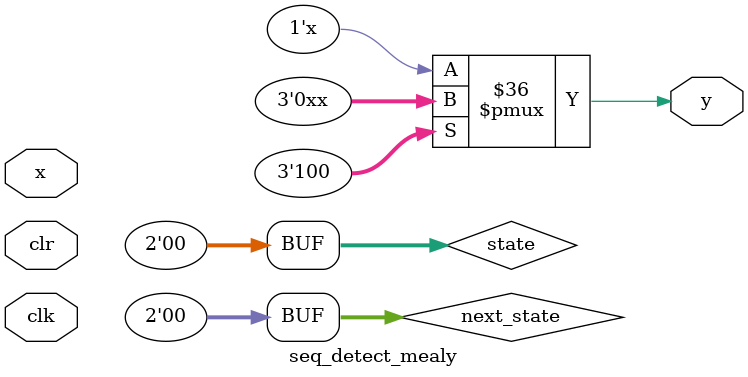
<source format=v>
module seq_detect_mealy
  (
    output reg y,   // output y, single bit
    input x,    // input x, single bit
    input clk,  // input clock signal
    input clr   // input clear, active low
  );

  parameter S0 = 0, S1 = 1, S2 = 2;  // FSM has 3 states
  reg [1:0] state, next_state; // To store 3 states, we need a 2 bit register called state

  always @(clr) begin
    if(clr==0) begin
      state = S0;
      next_state = S0;
    end
  end

  always @(posedge clk) begin // state change procedural block 
      // y = y_prev;
      state = next_state;
  end
  
  always @(x,state) begin  // State transition function T: State x Input_symbol -> State
    case (state)
      S0: begin
        if (x == 1'b0) next_state = S1;
        else if (x == 1'b1) next_state = S2;
        else next_state = S0;
      end
      
      S1: begin
        if (x == 1'b0) next_state = S1;
        else if (x == 1'b1) next_state = S2;
        else next_state = S1;
      end
      
      S2: begin
        if (x == 1'b0) next_state = S1;
        else if (x == 1'b1) next_state = S2;
        else next_state = S2;
      end
      
      default: begin
        state = S0;
        next_state = S0;
      end
    endcase
  end
  
  //In case of Mealy machine, an output is associated with a state transition
  always @(x,state) begin // Output function G: State -> Output Symbol, here 0 or 1
    case (state)
      S0: begin
        if(x == 0) y = 0;
        else y = 0;
      end

      S1: begin
        if(x==0) y = 1;
        else y = 0;
      end
  
      S2: begin
        if(x==0) y = 1;
        else y = 0;
      end
    endcase
  end
endmodule

</source>
